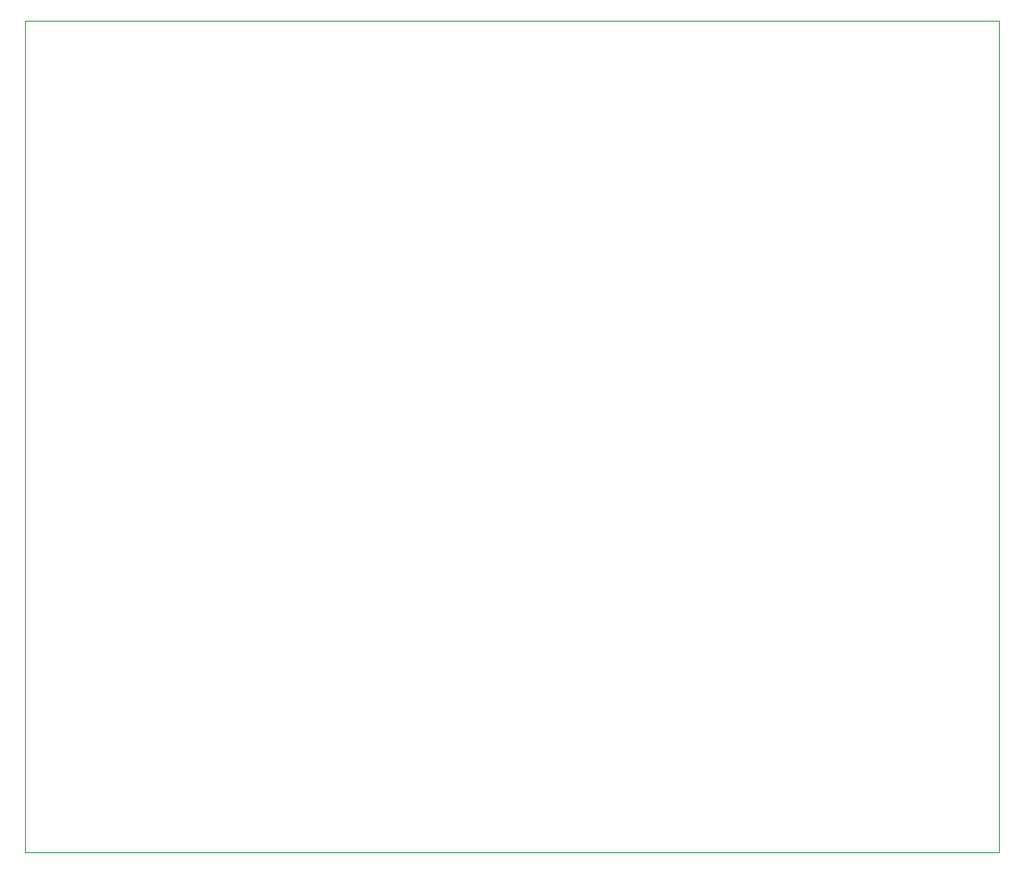
<source format=gbr>
%TF.GenerationSoftware,KiCad,Pcbnew,9.0.4*%
%TF.CreationDate,2025-09-28T20:49:05+05:30*%
%TF.ProjectId,BSPD_v2,42535044-5f76-4322-9e6b-696361645f70,rev?*%
%TF.SameCoordinates,Original*%
%TF.FileFunction,Profile,NP*%
%FSLAX46Y46*%
G04 Gerber Fmt 4.6, Leading zero omitted, Abs format (unit mm)*
G04 Created by KiCad (PCBNEW 9.0.4) date 2025-09-28 20:49:05*
%MOMM*%
%LPD*%
G01*
G04 APERTURE LIST*
%TA.AperFunction,Profile*%
%ADD10C,0.050000*%
%TD*%
G04 APERTURE END LIST*
D10*
X67500000Y-55500000D02*
X163000000Y-55500000D01*
X163000000Y-137000000D01*
X67500000Y-137000000D01*
X67500000Y-55500000D01*
M02*

</source>
